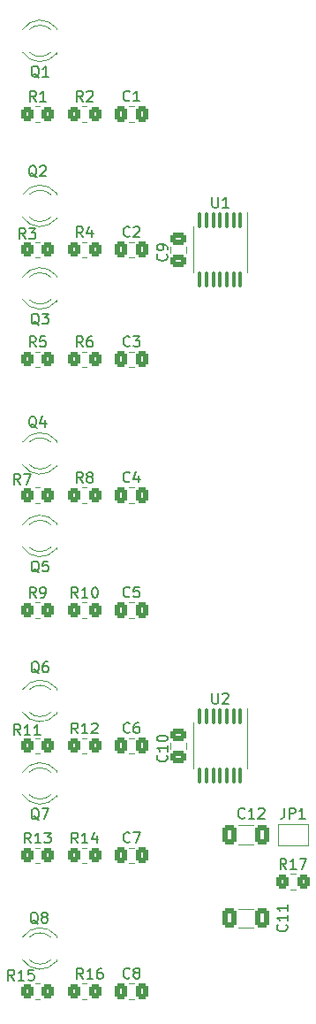
<source format=gto>
%TF.GenerationSoftware,KiCad,Pcbnew,(5.99.0-12789-g9e557d84c6)*%
%TF.CreationDate,2021-11-25T19:19:57-08:00*%
%TF.ProjectId,Detector,44657465-6374-46f7-922e-6b696361645f,rev?*%
%TF.SameCoordinates,Original*%
%TF.FileFunction,Legend,Top*%
%TF.FilePolarity,Positive*%
%FSLAX46Y46*%
G04 Gerber Fmt 4.6, Leading zero omitted, Abs format (unit mm)*
G04 Created by KiCad (PCBNEW (5.99.0-12789-g9e557d84c6)) date 2021-11-25 19:19:57*
%MOMM*%
%LPD*%
G01*
G04 APERTURE LIST*
G04 Aperture macros list*
%AMRoundRect*
0 Rectangle with rounded corners*
0 $1 Rounding radius*
0 $2 $3 $4 $5 $6 $7 $8 $9 X,Y pos of 4 corners*
0 Add a 4 corners polygon primitive as box body*
4,1,4,$2,$3,$4,$5,$6,$7,$8,$9,$2,$3,0*
0 Add four circle primitives for the rounded corners*
1,1,$1+$1,$2,$3*
1,1,$1+$1,$4,$5*
1,1,$1+$1,$6,$7*
1,1,$1+$1,$8,$9*
0 Add four rect primitives between the rounded corners*
20,1,$1+$1,$2,$3,$4,$5,0*
20,1,$1+$1,$4,$5,$6,$7,0*
20,1,$1+$1,$6,$7,$8,$9,0*
20,1,$1+$1,$8,$9,$2,$3,0*%
G04 Aperture macros list end*
%ADD10C,0.150000*%
%ADD11C,0.120000*%
%ADD12R,1.700000X1.700000*%
%ADD13O,1.700000X1.700000*%
%ADD14RoundRect,0.250000X-0.337500X-0.475000X0.337500X-0.475000X0.337500X0.475000X-0.337500X0.475000X0*%
%ADD15R,1.800000X1.800000*%
%ADD16C,1.800000*%
%ADD17RoundRect,0.250000X-0.350000X-0.450000X0.350000X-0.450000X0.350000X0.450000X-0.350000X0.450000X0*%
%ADD18RoundRect,0.250000X-0.475000X0.337500X-0.475000X-0.337500X0.475000X-0.337500X0.475000X0.337500X0*%
%ADD19RoundRect,0.100000X-0.100000X0.637500X-0.100000X-0.637500X0.100000X-0.637500X0.100000X0.637500X0*%
%ADD20RoundRect,0.250000X-0.412500X-0.650000X0.412500X-0.650000X0.412500X0.650000X-0.412500X0.650000X0*%
%ADD21C,2.200000*%
%ADD22R,1.000000X1.500000*%
%ADD23RoundRect,0.250000X0.412500X0.650000X-0.412500X0.650000X-0.412500X-0.650000X0.412500X-0.650000X0*%
%ADD24C,1.120000*%
%ADD25R,1.050000X1.500000*%
%ADD26O,1.050000X1.500000*%
G04 APERTURE END LIST*
D10*
%TO.C,C6*%
X122558333Y-119737142D02*
X122510714Y-119784761D01*
X122367857Y-119832380D01*
X122272619Y-119832380D01*
X122129761Y-119784761D01*
X122034523Y-119689523D01*
X121986904Y-119594285D01*
X121939285Y-119403809D01*
X121939285Y-119260952D01*
X121986904Y-119070476D01*
X122034523Y-118975238D01*
X122129761Y-118880000D01*
X122272619Y-118832380D01*
X122367857Y-118832380D01*
X122510714Y-118880000D01*
X122558333Y-118927619D01*
X123415476Y-118832380D02*
X123225000Y-118832380D01*
X123129761Y-118880000D01*
X123082142Y-118927619D01*
X122986904Y-119070476D01*
X122939285Y-119260952D01*
X122939285Y-119641904D01*
X122986904Y-119737142D01*
X123034523Y-119784761D01*
X123129761Y-119832380D01*
X123320238Y-119832380D01*
X123415476Y-119784761D01*
X123463095Y-119737142D01*
X123510714Y-119641904D01*
X123510714Y-119403809D01*
X123463095Y-119308571D01*
X123415476Y-119260952D01*
X123320238Y-119213333D01*
X123129761Y-119213333D01*
X123034523Y-119260952D01*
X122986904Y-119308571D01*
X122939285Y-119403809D01*
%TO.C,Q8*%
X113763274Y-138107619D02*
X113668036Y-138060000D01*
X113572798Y-137964761D01*
X113429941Y-137821904D01*
X113334703Y-137774285D01*
X113239465Y-137774285D01*
X113287084Y-138012380D02*
X113191846Y-137964761D01*
X113096608Y-137869523D01*
X113048989Y-137679047D01*
X113048989Y-137345714D01*
X113096608Y-137155238D01*
X113191846Y-137060000D01*
X113287084Y-137012380D01*
X113477560Y-137012380D01*
X113572798Y-137060000D01*
X113668036Y-137155238D01*
X113715655Y-137345714D01*
X113715655Y-137679047D01*
X113668036Y-137869523D01*
X113572798Y-137964761D01*
X113477560Y-138012380D01*
X113287084Y-138012380D01*
X114287084Y-137440952D02*
X114191846Y-137393333D01*
X114144227Y-137345714D01*
X114096608Y-137250476D01*
X114096608Y-137202857D01*
X114144227Y-137107619D01*
X114191846Y-137060000D01*
X114287084Y-137012380D01*
X114477560Y-137012380D01*
X114572798Y-137060000D01*
X114620417Y-137107619D01*
X114668036Y-137202857D01*
X114668036Y-137250476D01*
X114620417Y-137345714D01*
X114572798Y-137393333D01*
X114477560Y-137440952D01*
X114287084Y-137440952D01*
X114191846Y-137488571D01*
X114144227Y-137536190D01*
X114096608Y-137631428D01*
X114096608Y-137821904D01*
X114144227Y-137917142D01*
X114191846Y-137964761D01*
X114287084Y-138012380D01*
X114477560Y-138012380D01*
X114572798Y-137964761D01*
X114620417Y-137917142D01*
X114668036Y-137821904D01*
X114668036Y-137631428D01*
X114620417Y-137536190D01*
X114572798Y-137488571D01*
X114477560Y-137440952D01*
%TO.C,Q6*%
X113859761Y-114107619D02*
X113764523Y-114060000D01*
X113669285Y-113964761D01*
X113526428Y-113821904D01*
X113431190Y-113774285D01*
X113335952Y-113774285D01*
X113383571Y-114012380D02*
X113288333Y-113964761D01*
X113193095Y-113869523D01*
X113145476Y-113679047D01*
X113145476Y-113345714D01*
X113193095Y-113155238D01*
X113288333Y-113060000D01*
X113383571Y-113012380D01*
X113574047Y-113012380D01*
X113669285Y-113060000D01*
X113764523Y-113155238D01*
X113812142Y-113345714D01*
X113812142Y-113679047D01*
X113764523Y-113869523D01*
X113669285Y-113964761D01*
X113574047Y-114012380D01*
X113383571Y-114012380D01*
X114669285Y-113012380D02*
X114478809Y-113012380D01*
X114383571Y-113060000D01*
X114335952Y-113107619D01*
X114240714Y-113250476D01*
X114193095Y-113440952D01*
X114193095Y-113821904D01*
X114240714Y-113917142D01*
X114288333Y-113964761D01*
X114383571Y-114012380D01*
X114574047Y-114012380D01*
X114669285Y-113964761D01*
X114716904Y-113917142D01*
X114764523Y-113821904D01*
X114764523Y-113583809D01*
X114716904Y-113488571D01*
X114669285Y-113440952D01*
X114574047Y-113393333D01*
X114383571Y-113393333D01*
X114288333Y-113440952D01*
X114240714Y-113488571D01*
X114193095Y-113583809D01*
%TO.C,R11*%
X112082142Y-120012380D02*
X111748809Y-119536190D01*
X111510714Y-120012380D02*
X111510714Y-119012380D01*
X111891666Y-119012380D01*
X111986904Y-119060000D01*
X112034523Y-119107619D01*
X112082142Y-119202857D01*
X112082142Y-119345714D01*
X112034523Y-119440952D01*
X111986904Y-119488571D01*
X111891666Y-119536190D01*
X111510714Y-119536190D01*
X113034523Y-120012380D02*
X112463095Y-120012380D01*
X112748809Y-120012380D02*
X112748809Y-119012380D01*
X112653571Y-119155238D01*
X112558333Y-119250476D01*
X112463095Y-119298095D01*
X113986904Y-120012380D02*
X113415476Y-120012380D01*
X113701190Y-120012380D02*
X113701190Y-119012380D01*
X113605952Y-119155238D01*
X113510714Y-119250476D01*
X113415476Y-119298095D01*
%TO.C,R8*%
X118058333Y-95862380D02*
X117725000Y-95386190D01*
X117486904Y-95862380D02*
X117486904Y-94862380D01*
X117867857Y-94862380D01*
X117963095Y-94910000D01*
X118010714Y-94957619D01*
X118058333Y-95052857D01*
X118058333Y-95195714D01*
X118010714Y-95290952D01*
X117963095Y-95338571D01*
X117867857Y-95386190D01*
X117486904Y-95386190D01*
X118629761Y-95290952D02*
X118534523Y-95243333D01*
X118486904Y-95195714D01*
X118439285Y-95100476D01*
X118439285Y-95052857D01*
X118486904Y-94957619D01*
X118534523Y-94910000D01*
X118629761Y-94862380D01*
X118820238Y-94862380D01*
X118915476Y-94910000D01*
X118963095Y-94957619D01*
X119010714Y-95052857D01*
X119010714Y-95100476D01*
X118963095Y-95195714D01*
X118915476Y-95243333D01*
X118820238Y-95290952D01*
X118629761Y-95290952D01*
X118534523Y-95338571D01*
X118486904Y-95386190D01*
X118439285Y-95481428D01*
X118439285Y-95671904D01*
X118486904Y-95767142D01*
X118534523Y-95814761D01*
X118629761Y-95862380D01*
X118820238Y-95862380D01*
X118915476Y-95814761D01*
X118963095Y-95767142D01*
X119010714Y-95671904D01*
X119010714Y-95481428D01*
X118963095Y-95386190D01*
X118915476Y-95338571D01*
X118820238Y-95290952D01*
%TO.C,Q1*%
X113859761Y-57067619D02*
X113764523Y-57020000D01*
X113669285Y-56924761D01*
X113526428Y-56781904D01*
X113431190Y-56734285D01*
X113335952Y-56734285D01*
X113383571Y-56972380D02*
X113288333Y-56924761D01*
X113193095Y-56829523D01*
X113145476Y-56639047D01*
X113145476Y-56305714D01*
X113193095Y-56115238D01*
X113288333Y-56020000D01*
X113383571Y-55972380D01*
X113574047Y-55972380D01*
X113669285Y-56020000D01*
X113764523Y-56115238D01*
X113812142Y-56305714D01*
X113812142Y-56639047D01*
X113764523Y-56829523D01*
X113669285Y-56924761D01*
X113574047Y-56972380D01*
X113383571Y-56972380D01*
X114764523Y-56972380D02*
X114193095Y-56972380D01*
X114478809Y-56972380D02*
X114478809Y-55972380D01*
X114383571Y-56115238D01*
X114288333Y-56210476D01*
X114193095Y-56258095D01*
%TO.C,C2*%
X122558333Y-72237142D02*
X122510714Y-72284761D01*
X122367857Y-72332380D01*
X122272619Y-72332380D01*
X122129761Y-72284761D01*
X122034523Y-72189523D01*
X121986904Y-72094285D01*
X121939285Y-71903809D01*
X121939285Y-71760952D01*
X121986904Y-71570476D01*
X122034523Y-71475238D01*
X122129761Y-71380000D01*
X122272619Y-71332380D01*
X122367857Y-71332380D01*
X122510714Y-71380000D01*
X122558333Y-71427619D01*
X122939285Y-71427619D02*
X122986904Y-71380000D01*
X123082142Y-71332380D01*
X123320238Y-71332380D01*
X123415476Y-71380000D01*
X123463095Y-71427619D01*
X123510714Y-71522857D01*
X123510714Y-71618095D01*
X123463095Y-71760952D01*
X122891666Y-72332380D01*
X123510714Y-72332380D01*
%TO.C,R2*%
X118058333Y-59362380D02*
X117725000Y-58886190D01*
X117486904Y-59362380D02*
X117486904Y-58362380D01*
X117867857Y-58362380D01*
X117963095Y-58410000D01*
X118010714Y-58457619D01*
X118058333Y-58552857D01*
X118058333Y-58695714D01*
X118010714Y-58790952D01*
X117963095Y-58838571D01*
X117867857Y-58886190D01*
X117486904Y-58886190D01*
X118439285Y-58457619D02*
X118486904Y-58410000D01*
X118582142Y-58362380D01*
X118820238Y-58362380D01*
X118915476Y-58410000D01*
X118963095Y-58457619D01*
X119010714Y-58552857D01*
X119010714Y-58648095D01*
X118963095Y-58790952D01*
X118391666Y-59362380D01*
X119010714Y-59362380D01*
%TO.C,R13*%
X113082142Y-130362380D02*
X112748809Y-129886190D01*
X112510714Y-130362380D02*
X112510714Y-129362380D01*
X112891666Y-129362380D01*
X112986904Y-129410000D01*
X113034523Y-129457619D01*
X113082142Y-129552857D01*
X113082142Y-129695714D01*
X113034523Y-129790952D01*
X112986904Y-129838571D01*
X112891666Y-129886190D01*
X112510714Y-129886190D01*
X114034523Y-130362380D02*
X113463095Y-130362380D01*
X113748809Y-130362380D02*
X113748809Y-129362380D01*
X113653571Y-129505238D01*
X113558333Y-129600476D01*
X113463095Y-129648095D01*
X114367857Y-129362380D02*
X114986904Y-129362380D01*
X114653571Y-129743333D01*
X114796428Y-129743333D01*
X114891666Y-129790952D01*
X114939285Y-129838571D01*
X114986904Y-129933809D01*
X114986904Y-130171904D01*
X114939285Y-130267142D01*
X114891666Y-130314761D01*
X114796428Y-130362380D01*
X114510714Y-130362380D01*
X114415476Y-130314761D01*
X114367857Y-130267142D01*
%TO.C,C9*%
X126082142Y-73987918D02*
X126129761Y-74035537D01*
X126177380Y-74178394D01*
X126177380Y-74273632D01*
X126129761Y-74416490D01*
X126034523Y-74511728D01*
X125939285Y-74559347D01*
X125748809Y-74606966D01*
X125605952Y-74606966D01*
X125415476Y-74559347D01*
X125320238Y-74511728D01*
X125225000Y-74416490D01*
X125177380Y-74273632D01*
X125177380Y-74178394D01*
X125225000Y-74035537D01*
X125272619Y-73987918D01*
X126177380Y-73511728D02*
X126177380Y-73321252D01*
X126129761Y-73226013D01*
X126082142Y-73178394D01*
X125939285Y-73083156D01*
X125748809Y-73035537D01*
X125367857Y-73035537D01*
X125272619Y-73083156D01*
X125225000Y-73130775D01*
X125177380Y-73226013D01*
X125177380Y-73416490D01*
X125225000Y-73511728D01*
X125272619Y-73559347D01*
X125367857Y-73606966D01*
X125605952Y-73606966D01*
X125701190Y-73559347D01*
X125748809Y-73511728D01*
X125796428Y-73416490D01*
X125796428Y-73226013D01*
X125748809Y-73130775D01*
X125701190Y-73083156D01*
X125605952Y-73035537D01*
%TO.C,Q4*%
X113629761Y-90607619D02*
X113534523Y-90560000D01*
X113439285Y-90464761D01*
X113296428Y-90321904D01*
X113201190Y-90274285D01*
X113105952Y-90274285D01*
X113153571Y-90512380D02*
X113058333Y-90464761D01*
X112963095Y-90369523D01*
X112915476Y-90179047D01*
X112915476Y-89845714D01*
X112963095Y-89655238D01*
X113058333Y-89560000D01*
X113153571Y-89512380D01*
X113344047Y-89512380D01*
X113439285Y-89560000D01*
X113534523Y-89655238D01*
X113582142Y-89845714D01*
X113582142Y-90179047D01*
X113534523Y-90369523D01*
X113439285Y-90464761D01*
X113344047Y-90512380D01*
X113153571Y-90512380D01*
X114439285Y-89845714D02*
X114439285Y-90512380D01*
X114201190Y-89464761D02*
X113963095Y-90179047D01*
X114582142Y-90179047D01*
%TO.C,R9*%
X113558333Y-106862380D02*
X113225000Y-106386190D01*
X112986904Y-106862380D02*
X112986904Y-105862380D01*
X113367857Y-105862380D01*
X113463095Y-105910000D01*
X113510714Y-105957619D01*
X113558333Y-106052857D01*
X113558333Y-106195714D01*
X113510714Y-106290952D01*
X113463095Y-106338571D01*
X113367857Y-106386190D01*
X112986904Y-106386190D01*
X114034523Y-106862380D02*
X114225000Y-106862380D01*
X114320238Y-106814761D01*
X114367857Y-106767142D01*
X114463095Y-106624285D01*
X114510714Y-106433809D01*
X114510714Y-106052857D01*
X114463095Y-105957619D01*
X114415476Y-105910000D01*
X114320238Y-105862380D01*
X114129761Y-105862380D01*
X114034523Y-105910000D01*
X113986904Y-105957619D01*
X113939285Y-106052857D01*
X113939285Y-106290952D01*
X113986904Y-106386190D01*
X114034523Y-106433809D01*
X114129761Y-106481428D01*
X114320238Y-106481428D01*
X114415476Y-106433809D01*
X114463095Y-106386190D01*
X114510714Y-106290952D01*
%TO.C,Q3*%
X113859761Y-80767619D02*
X113764523Y-80720000D01*
X113669285Y-80624761D01*
X113526428Y-80481904D01*
X113431190Y-80434285D01*
X113335952Y-80434285D01*
X113383571Y-80672380D02*
X113288333Y-80624761D01*
X113193095Y-80529523D01*
X113145476Y-80339047D01*
X113145476Y-80005714D01*
X113193095Y-79815238D01*
X113288333Y-79720000D01*
X113383571Y-79672380D01*
X113574047Y-79672380D01*
X113669285Y-79720000D01*
X113764523Y-79815238D01*
X113812142Y-80005714D01*
X113812142Y-80339047D01*
X113764523Y-80529523D01*
X113669285Y-80624761D01*
X113574047Y-80672380D01*
X113383571Y-80672380D01*
X114145476Y-79672380D02*
X114764523Y-79672380D01*
X114431190Y-80053333D01*
X114574047Y-80053333D01*
X114669285Y-80100952D01*
X114716904Y-80148571D01*
X114764523Y-80243809D01*
X114764523Y-80481904D01*
X114716904Y-80577142D01*
X114669285Y-80624761D01*
X114574047Y-80672380D01*
X114288333Y-80672380D01*
X114193095Y-80624761D01*
X114145476Y-80577142D01*
%TO.C,R5*%
X113558333Y-82862380D02*
X113225000Y-82386190D01*
X112986904Y-82862380D02*
X112986904Y-81862380D01*
X113367857Y-81862380D01*
X113463095Y-81910000D01*
X113510714Y-81957619D01*
X113558333Y-82052857D01*
X113558333Y-82195714D01*
X113510714Y-82290952D01*
X113463095Y-82338571D01*
X113367857Y-82386190D01*
X112986904Y-82386190D01*
X114463095Y-81862380D02*
X113986904Y-81862380D01*
X113939285Y-82338571D01*
X113986904Y-82290952D01*
X114082142Y-82243333D01*
X114320238Y-82243333D01*
X114415476Y-82290952D01*
X114463095Y-82338571D01*
X114510714Y-82433809D01*
X114510714Y-82671904D01*
X114463095Y-82767142D01*
X114415476Y-82814761D01*
X114320238Y-82862380D01*
X114082142Y-82862380D01*
X113986904Y-82814761D01*
X113939285Y-82767142D01*
%TO.C,R15*%
X111482142Y-143512380D02*
X111148809Y-143036190D01*
X110910714Y-143512380D02*
X110910714Y-142512380D01*
X111291666Y-142512380D01*
X111386904Y-142560000D01*
X111434523Y-142607619D01*
X111482142Y-142702857D01*
X111482142Y-142845714D01*
X111434523Y-142940952D01*
X111386904Y-142988571D01*
X111291666Y-143036190D01*
X110910714Y-143036190D01*
X112434523Y-143512380D02*
X111863095Y-143512380D01*
X112148809Y-143512380D02*
X112148809Y-142512380D01*
X112053571Y-142655238D01*
X111958333Y-142750476D01*
X111863095Y-142798095D01*
X113339285Y-142512380D02*
X112863095Y-142512380D01*
X112815476Y-142988571D01*
X112863095Y-142940952D01*
X112958333Y-142893333D01*
X113196428Y-142893333D01*
X113291666Y-142940952D01*
X113339285Y-142988571D01*
X113386904Y-143083809D01*
X113386904Y-143321904D01*
X113339285Y-143417142D01*
X113291666Y-143464761D01*
X113196428Y-143512380D01*
X112958333Y-143512380D01*
X112863095Y-143464761D01*
X112815476Y-143417142D01*
%TO.C,C1*%
X122558333Y-59237142D02*
X122510714Y-59284761D01*
X122367857Y-59332380D01*
X122272619Y-59332380D01*
X122129761Y-59284761D01*
X122034523Y-59189523D01*
X121986904Y-59094285D01*
X121939285Y-58903809D01*
X121939285Y-58760952D01*
X121986904Y-58570476D01*
X122034523Y-58475238D01*
X122129761Y-58380000D01*
X122272619Y-58332380D01*
X122367857Y-58332380D01*
X122510714Y-58380000D01*
X122558333Y-58427619D01*
X123510714Y-59332380D02*
X122939285Y-59332380D01*
X123225000Y-59332380D02*
X123225000Y-58332380D01*
X123129761Y-58475238D01*
X123034523Y-58570476D01*
X122939285Y-58618095D01*
%TO.C,U1*%
X130463095Y-68512380D02*
X130463095Y-69321904D01*
X130510714Y-69417142D01*
X130558333Y-69464761D01*
X130653571Y-69512380D01*
X130844047Y-69512380D01*
X130939285Y-69464761D01*
X130986904Y-69417142D01*
X131034523Y-69321904D01*
X131034523Y-68512380D01*
X132034523Y-69512380D02*
X131463095Y-69512380D01*
X131748809Y-69512380D02*
X131748809Y-68512380D01*
X131653571Y-68655238D01*
X131558333Y-68750476D01*
X131463095Y-68798095D01*
%TO.C,C7*%
X122558333Y-130237142D02*
X122510714Y-130284761D01*
X122367857Y-130332380D01*
X122272619Y-130332380D01*
X122129761Y-130284761D01*
X122034523Y-130189523D01*
X121986904Y-130094285D01*
X121939285Y-129903809D01*
X121939285Y-129760952D01*
X121986904Y-129570476D01*
X122034523Y-129475238D01*
X122129761Y-129380000D01*
X122272619Y-129332380D01*
X122367857Y-129332380D01*
X122510714Y-129380000D01*
X122558333Y-129427619D01*
X122891666Y-129332380D02*
X123558333Y-129332380D01*
X123129761Y-130332380D01*
%TO.C,C11*%
X137582142Y-138202857D02*
X137629761Y-138250476D01*
X137677380Y-138393333D01*
X137677380Y-138488571D01*
X137629761Y-138631428D01*
X137534523Y-138726666D01*
X137439285Y-138774285D01*
X137248809Y-138821904D01*
X137105952Y-138821904D01*
X136915476Y-138774285D01*
X136820238Y-138726666D01*
X136725000Y-138631428D01*
X136677380Y-138488571D01*
X136677380Y-138393333D01*
X136725000Y-138250476D01*
X136772619Y-138202857D01*
X137677380Y-137250476D02*
X137677380Y-137821904D01*
X137677380Y-137536190D02*
X136677380Y-137536190D01*
X136820238Y-137631428D01*
X136915476Y-137726666D01*
X136963095Y-137821904D01*
X137677380Y-136298095D02*
X137677380Y-136869523D01*
X137677380Y-136583809D02*
X136677380Y-136583809D01*
X136820238Y-136679047D01*
X136915476Y-136774285D01*
X136963095Y-136869523D01*
%TO.C,R17*%
X137582142Y-132862380D02*
X137248809Y-132386190D01*
X137010714Y-132862380D02*
X137010714Y-131862380D01*
X137391666Y-131862380D01*
X137486904Y-131910000D01*
X137534523Y-131957619D01*
X137582142Y-132052857D01*
X137582142Y-132195714D01*
X137534523Y-132290952D01*
X137486904Y-132338571D01*
X137391666Y-132386190D01*
X137010714Y-132386190D01*
X138534523Y-132862380D02*
X137963095Y-132862380D01*
X138248809Y-132862380D02*
X138248809Y-131862380D01*
X138153571Y-132005238D01*
X138058333Y-132100476D01*
X137963095Y-132148095D01*
X138867857Y-131862380D02*
X139534523Y-131862380D01*
X139105952Y-132862380D01*
%TO.C,C10*%
X126082142Y-121964109D02*
X126129761Y-122011728D01*
X126177380Y-122154585D01*
X126177380Y-122249823D01*
X126129761Y-122392680D01*
X126034523Y-122487918D01*
X125939285Y-122535537D01*
X125748809Y-122583156D01*
X125605952Y-122583156D01*
X125415476Y-122535537D01*
X125320238Y-122487918D01*
X125225000Y-122392680D01*
X125177380Y-122249823D01*
X125177380Y-122154585D01*
X125225000Y-122011728D01*
X125272619Y-121964109D01*
X126177380Y-121011728D02*
X126177380Y-121583156D01*
X126177380Y-121297442D02*
X125177380Y-121297442D01*
X125320238Y-121392680D01*
X125415476Y-121487918D01*
X125463095Y-121583156D01*
X125177380Y-120392680D02*
X125177380Y-120297442D01*
X125225000Y-120202204D01*
X125272619Y-120154585D01*
X125367857Y-120106966D01*
X125558333Y-120059347D01*
X125796428Y-120059347D01*
X125986904Y-120106966D01*
X126082142Y-120154585D01*
X126129761Y-120202204D01*
X126177380Y-120297442D01*
X126177380Y-120392680D01*
X126129761Y-120487918D01*
X126082142Y-120535537D01*
X125986904Y-120583156D01*
X125796428Y-120630775D01*
X125558333Y-120630775D01*
X125367857Y-120583156D01*
X125272619Y-120535537D01*
X125225000Y-120487918D01*
X125177380Y-120392680D01*
%TO.C,Q7*%
X113859761Y-128167619D02*
X113764523Y-128120000D01*
X113669285Y-128024761D01*
X113526428Y-127881904D01*
X113431190Y-127834285D01*
X113335952Y-127834285D01*
X113383571Y-128072380D02*
X113288333Y-128024761D01*
X113193095Y-127929523D01*
X113145476Y-127739047D01*
X113145476Y-127405714D01*
X113193095Y-127215238D01*
X113288333Y-127120000D01*
X113383571Y-127072380D01*
X113574047Y-127072380D01*
X113669285Y-127120000D01*
X113764523Y-127215238D01*
X113812142Y-127405714D01*
X113812142Y-127739047D01*
X113764523Y-127929523D01*
X113669285Y-128024761D01*
X113574047Y-128072380D01*
X113383571Y-128072380D01*
X114145476Y-127072380D02*
X114812142Y-127072380D01*
X114383571Y-128072380D01*
%TO.C,R6*%
X118058333Y-82862380D02*
X117725000Y-82386190D01*
X117486904Y-82862380D02*
X117486904Y-81862380D01*
X117867857Y-81862380D01*
X117963095Y-81910000D01*
X118010714Y-81957619D01*
X118058333Y-82052857D01*
X118058333Y-82195714D01*
X118010714Y-82290952D01*
X117963095Y-82338571D01*
X117867857Y-82386190D01*
X117486904Y-82386190D01*
X118915476Y-81862380D02*
X118725000Y-81862380D01*
X118629761Y-81910000D01*
X118582142Y-81957619D01*
X118486904Y-82100476D01*
X118439285Y-82290952D01*
X118439285Y-82671904D01*
X118486904Y-82767142D01*
X118534523Y-82814761D01*
X118629761Y-82862380D01*
X118820238Y-82862380D01*
X118915476Y-82814761D01*
X118963095Y-82767142D01*
X119010714Y-82671904D01*
X119010714Y-82433809D01*
X118963095Y-82338571D01*
X118915476Y-82290952D01*
X118820238Y-82243333D01*
X118629761Y-82243333D01*
X118534523Y-82290952D01*
X118486904Y-82338571D01*
X118439285Y-82433809D01*
%TO.C,R1*%
X113558333Y-59362380D02*
X113225000Y-58886190D01*
X112986904Y-59362380D02*
X112986904Y-58362380D01*
X113367857Y-58362380D01*
X113463095Y-58410000D01*
X113510714Y-58457619D01*
X113558333Y-58552857D01*
X113558333Y-58695714D01*
X113510714Y-58790952D01*
X113463095Y-58838571D01*
X113367857Y-58886190D01*
X112986904Y-58886190D01*
X114510714Y-59362380D02*
X113939285Y-59362380D01*
X114225000Y-59362380D02*
X114225000Y-58362380D01*
X114129761Y-58505238D01*
X114034523Y-58600476D01*
X113939285Y-58648095D01*
%TO.C,R14*%
X117582142Y-130362380D02*
X117248809Y-129886190D01*
X117010714Y-130362380D02*
X117010714Y-129362380D01*
X117391666Y-129362380D01*
X117486904Y-129410000D01*
X117534523Y-129457619D01*
X117582142Y-129552857D01*
X117582142Y-129695714D01*
X117534523Y-129790952D01*
X117486904Y-129838571D01*
X117391666Y-129886190D01*
X117010714Y-129886190D01*
X118534523Y-130362380D02*
X117963095Y-130362380D01*
X118248809Y-130362380D02*
X118248809Y-129362380D01*
X118153571Y-129505238D01*
X118058333Y-129600476D01*
X117963095Y-129648095D01*
X119391666Y-129695714D02*
X119391666Y-130362380D01*
X119153571Y-129314761D02*
X118915476Y-130029047D01*
X119534523Y-130029047D01*
%TO.C,U2*%
X130463095Y-116012380D02*
X130463095Y-116821904D01*
X130510714Y-116917142D01*
X130558333Y-116964761D01*
X130653571Y-117012380D01*
X130844047Y-117012380D01*
X130939285Y-116964761D01*
X130986904Y-116917142D01*
X131034523Y-116821904D01*
X131034523Y-116012380D01*
X131463095Y-116107619D02*
X131510714Y-116060000D01*
X131605952Y-116012380D01*
X131844047Y-116012380D01*
X131939285Y-116060000D01*
X131986904Y-116107619D01*
X132034523Y-116202857D01*
X132034523Y-116298095D01*
X131986904Y-116440952D01*
X131415476Y-117012380D01*
X132034523Y-117012380D01*
%TO.C,R10*%
X117582142Y-106862380D02*
X117248809Y-106386190D01*
X117010714Y-106862380D02*
X117010714Y-105862380D01*
X117391666Y-105862380D01*
X117486904Y-105910000D01*
X117534523Y-105957619D01*
X117582142Y-106052857D01*
X117582142Y-106195714D01*
X117534523Y-106290952D01*
X117486904Y-106338571D01*
X117391666Y-106386190D01*
X117010714Y-106386190D01*
X118534523Y-106862380D02*
X117963095Y-106862380D01*
X118248809Y-106862380D02*
X118248809Y-105862380D01*
X118153571Y-106005238D01*
X118058333Y-106100476D01*
X117963095Y-106148095D01*
X119153571Y-105862380D02*
X119248809Y-105862380D01*
X119344047Y-105910000D01*
X119391666Y-105957619D01*
X119439285Y-106052857D01*
X119486904Y-106243333D01*
X119486904Y-106481428D01*
X119439285Y-106671904D01*
X119391666Y-106767142D01*
X119344047Y-106814761D01*
X119248809Y-106862380D01*
X119153571Y-106862380D01*
X119058333Y-106814761D01*
X119010714Y-106767142D01*
X118963095Y-106671904D01*
X118915476Y-106481428D01*
X118915476Y-106243333D01*
X118963095Y-106052857D01*
X119010714Y-105957619D01*
X119058333Y-105910000D01*
X119153571Y-105862380D01*
%TO.C,R4*%
X118058333Y-72362380D02*
X117725000Y-71886190D01*
X117486904Y-72362380D02*
X117486904Y-71362380D01*
X117867857Y-71362380D01*
X117963095Y-71410000D01*
X118010714Y-71457619D01*
X118058333Y-71552857D01*
X118058333Y-71695714D01*
X118010714Y-71790952D01*
X117963095Y-71838571D01*
X117867857Y-71886190D01*
X117486904Y-71886190D01*
X118915476Y-71695714D02*
X118915476Y-72362380D01*
X118677380Y-71314761D02*
X118439285Y-72029047D01*
X119058333Y-72029047D01*
%TO.C,C8*%
X122558333Y-143237142D02*
X122510714Y-143284761D01*
X122367857Y-143332380D01*
X122272619Y-143332380D01*
X122129761Y-143284761D01*
X122034523Y-143189523D01*
X121986904Y-143094285D01*
X121939285Y-142903809D01*
X121939285Y-142760952D01*
X121986904Y-142570476D01*
X122034523Y-142475238D01*
X122129761Y-142380000D01*
X122272619Y-142332380D01*
X122367857Y-142332380D01*
X122510714Y-142380000D01*
X122558333Y-142427619D01*
X123129761Y-142760952D02*
X123034523Y-142713333D01*
X122986904Y-142665714D01*
X122939285Y-142570476D01*
X122939285Y-142522857D01*
X122986904Y-142427619D01*
X123034523Y-142380000D01*
X123129761Y-142332380D01*
X123320238Y-142332380D01*
X123415476Y-142380000D01*
X123463095Y-142427619D01*
X123510714Y-142522857D01*
X123510714Y-142570476D01*
X123463095Y-142665714D01*
X123415476Y-142713333D01*
X123320238Y-142760952D01*
X123129761Y-142760952D01*
X123034523Y-142808571D01*
X122986904Y-142856190D01*
X122939285Y-142951428D01*
X122939285Y-143141904D01*
X122986904Y-143237142D01*
X123034523Y-143284761D01*
X123129761Y-143332380D01*
X123320238Y-143332380D01*
X123415476Y-143284761D01*
X123463095Y-143237142D01*
X123510714Y-143141904D01*
X123510714Y-142951428D01*
X123463095Y-142856190D01*
X123415476Y-142808571D01*
X123320238Y-142760952D01*
%TO.C,R16*%
X118082142Y-143362380D02*
X117748809Y-142886190D01*
X117510714Y-143362380D02*
X117510714Y-142362380D01*
X117891666Y-142362380D01*
X117986904Y-142410000D01*
X118034523Y-142457619D01*
X118082142Y-142552857D01*
X118082142Y-142695714D01*
X118034523Y-142790952D01*
X117986904Y-142838571D01*
X117891666Y-142886190D01*
X117510714Y-142886190D01*
X119034523Y-143362380D02*
X118463095Y-143362380D01*
X118748809Y-143362380D02*
X118748809Y-142362380D01*
X118653571Y-142505238D01*
X118558333Y-142600476D01*
X118463095Y-142648095D01*
X119891666Y-142362380D02*
X119701190Y-142362380D01*
X119605952Y-142410000D01*
X119558333Y-142457619D01*
X119463095Y-142600476D01*
X119415476Y-142790952D01*
X119415476Y-143171904D01*
X119463095Y-143267142D01*
X119510714Y-143314761D01*
X119605952Y-143362380D01*
X119796428Y-143362380D01*
X119891666Y-143314761D01*
X119939285Y-143267142D01*
X119986904Y-143171904D01*
X119986904Y-142933809D01*
X119939285Y-142838571D01*
X119891666Y-142790952D01*
X119796428Y-142743333D01*
X119605952Y-142743333D01*
X119510714Y-142790952D01*
X119463095Y-142838571D01*
X119415476Y-142933809D01*
%TO.C,R7*%
X112058333Y-96012380D02*
X111725000Y-95536190D01*
X111486904Y-96012380D02*
X111486904Y-95012380D01*
X111867857Y-95012380D01*
X111963095Y-95060000D01*
X112010714Y-95107619D01*
X112058333Y-95202857D01*
X112058333Y-95345714D01*
X112010714Y-95440952D01*
X111963095Y-95488571D01*
X111867857Y-95536190D01*
X111486904Y-95536190D01*
X112391666Y-95012380D02*
X113058333Y-95012380D01*
X112629761Y-96012380D01*
%TO.C,Q5*%
X113859761Y-104467619D02*
X113764523Y-104420000D01*
X113669285Y-104324761D01*
X113526428Y-104181904D01*
X113431190Y-104134285D01*
X113335952Y-104134285D01*
X113383571Y-104372380D02*
X113288333Y-104324761D01*
X113193095Y-104229523D01*
X113145476Y-104039047D01*
X113145476Y-103705714D01*
X113193095Y-103515238D01*
X113288333Y-103420000D01*
X113383571Y-103372380D01*
X113574047Y-103372380D01*
X113669285Y-103420000D01*
X113764523Y-103515238D01*
X113812142Y-103705714D01*
X113812142Y-104039047D01*
X113764523Y-104229523D01*
X113669285Y-104324761D01*
X113574047Y-104372380D01*
X113383571Y-104372380D01*
X114716904Y-103372380D02*
X114240714Y-103372380D01*
X114193095Y-103848571D01*
X114240714Y-103800952D01*
X114335952Y-103753333D01*
X114574047Y-103753333D01*
X114669285Y-103800952D01*
X114716904Y-103848571D01*
X114764523Y-103943809D01*
X114764523Y-104181904D01*
X114716904Y-104277142D01*
X114669285Y-104324761D01*
X114574047Y-104372380D01*
X114335952Y-104372380D01*
X114240714Y-104324761D01*
X114193095Y-104277142D01*
%TO.C,R12*%
X117582142Y-119862380D02*
X117248809Y-119386190D01*
X117010714Y-119862380D02*
X117010714Y-118862380D01*
X117391666Y-118862380D01*
X117486904Y-118910000D01*
X117534523Y-118957619D01*
X117582142Y-119052857D01*
X117582142Y-119195714D01*
X117534523Y-119290952D01*
X117486904Y-119338571D01*
X117391666Y-119386190D01*
X117010714Y-119386190D01*
X118534523Y-119862380D02*
X117963095Y-119862380D01*
X118248809Y-119862380D02*
X118248809Y-118862380D01*
X118153571Y-119005238D01*
X118058333Y-119100476D01*
X117963095Y-119148095D01*
X118915476Y-118957619D02*
X118963095Y-118910000D01*
X119058333Y-118862380D01*
X119296428Y-118862380D01*
X119391666Y-118910000D01*
X119439285Y-118957619D01*
X119486904Y-119052857D01*
X119486904Y-119148095D01*
X119439285Y-119290952D01*
X118867857Y-119862380D01*
X119486904Y-119862380D01*
%TO.C,C5*%
X122558333Y-106737142D02*
X122510714Y-106784761D01*
X122367857Y-106832380D01*
X122272619Y-106832380D01*
X122129761Y-106784761D01*
X122034523Y-106689523D01*
X121986904Y-106594285D01*
X121939285Y-106403809D01*
X121939285Y-106260952D01*
X121986904Y-106070476D01*
X122034523Y-105975238D01*
X122129761Y-105880000D01*
X122272619Y-105832380D01*
X122367857Y-105832380D01*
X122510714Y-105880000D01*
X122558333Y-105927619D01*
X123463095Y-105832380D02*
X122986904Y-105832380D01*
X122939285Y-106308571D01*
X122986904Y-106260952D01*
X123082142Y-106213333D01*
X123320238Y-106213333D01*
X123415476Y-106260952D01*
X123463095Y-106308571D01*
X123510714Y-106403809D01*
X123510714Y-106641904D01*
X123463095Y-106737142D01*
X123415476Y-106784761D01*
X123320238Y-106832380D01*
X123082142Y-106832380D01*
X122986904Y-106784761D01*
X122939285Y-106737142D01*
%TO.C,C3*%
X122558333Y-82737142D02*
X122510714Y-82784761D01*
X122367857Y-82832380D01*
X122272619Y-82832380D01*
X122129761Y-82784761D01*
X122034523Y-82689523D01*
X121986904Y-82594285D01*
X121939285Y-82403809D01*
X121939285Y-82260952D01*
X121986904Y-82070476D01*
X122034523Y-81975238D01*
X122129761Y-81880000D01*
X122272619Y-81832380D01*
X122367857Y-81832380D01*
X122510714Y-81880000D01*
X122558333Y-81927619D01*
X122891666Y-81832380D02*
X123510714Y-81832380D01*
X123177380Y-82213333D01*
X123320238Y-82213333D01*
X123415476Y-82260952D01*
X123463095Y-82308571D01*
X123510714Y-82403809D01*
X123510714Y-82641904D01*
X123463095Y-82737142D01*
X123415476Y-82784761D01*
X123320238Y-82832380D01*
X123034523Y-82832380D01*
X122939285Y-82784761D01*
X122891666Y-82737142D01*
%TO.C,R3*%
X112558333Y-72512380D02*
X112225000Y-72036190D01*
X111986904Y-72512380D02*
X111986904Y-71512380D01*
X112367857Y-71512380D01*
X112463095Y-71560000D01*
X112510714Y-71607619D01*
X112558333Y-71702857D01*
X112558333Y-71845714D01*
X112510714Y-71940952D01*
X112463095Y-71988571D01*
X112367857Y-72036190D01*
X111986904Y-72036190D01*
X112891666Y-71512380D02*
X113510714Y-71512380D01*
X113177380Y-71893333D01*
X113320238Y-71893333D01*
X113415476Y-71940952D01*
X113463095Y-71988571D01*
X113510714Y-72083809D01*
X113510714Y-72321904D01*
X113463095Y-72417142D01*
X113415476Y-72464761D01*
X113320238Y-72512380D01*
X113034523Y-72512380D01*
X112939285Y-72464761D01*
X112891666Y-72417142D01*
%TO.C,JP1*%
X137391666Y-127012380D02*
X137391666Y-127726666D01*
X137344047Y-127869523D01*
X137248809Y-127964761D01*
X137105952Y-128012380D01*
X137010714Y-128012380D01*
X137867857Y-128012380D02*
X137867857Y-127012380D01*
X138248809Y-127012380D01*
X138344047Y-127060000D01*
X138391666Y-127107619D01*
X138439285Y-127202857D01*
X138439285Y-127345714D01*
X138391666Y-127440952D01*
X138344047Y-127488571D01*
X138248809Y-127536190D01*
X137867857Y-127536190D01*
X139391666Y-128012380D02*
X138820238Y-128012380D01*
X139105952Y-128012380D02*
X139105952Y-127012380D01*
X139010714Y-127155238D01*
X138915476Y-127250476D01*
X138820238Y-127298095D01*
%TO.C,C12*%
X133582142Y-127917142D02*
X133534523Y-127964761D01*
X133391666Y-128012380D01*
X133296428Y-128012380D01*
X133153571Y-127964761D01*
X133058333Y-127869523D01*
X133010714Y-127774285D01*
X132963095Y-127583809D01*
X132963095Y-127440952D01*
X133010714Y-127250476D01*
X133058333Y-127155238D01*
X133153571Y-127060000D01*
X133296428Y-127012380D01*
X133391666Y-127012380D01*
X133534523Y-127060000D01*
X133582142Y-127107619D01*
X134534523Y-128012380D02*
X133963095Y-128012380D01*
X134248809Y-128012380D02*
X134248809Y-127012380D01*
X134153571Y-127155238D01*
X134058333Y-127250476D01*
X133963095Y-127298095D01*
X134915476Y-127107619D02*
X134963095Y-127060000D01*
X135058333Y-127012380D01*
X135296428Y-127012380D01*
X135391666Y-127060000D01*
X135439285Y-127107619D01*
X135486904Y-127202857D01*
X135486904Y-127298095D01*
X135439285Y-127440952D01*
X134867857Y-128012380D01*
X135486904Y-128012380D01*
%TO.C,C4*%
X122558333Y-95737142D02*
X122510714Y-95784761D01*
X122367857Y-95832380D01*
X122272619Y-95832380D01*
X122129761Y-95784761D01*
X122034523Y-95689523D01*
X121986904Y-95594285D01*
X121939285Y-95403809D01*
X121939285Y-95260952D01*
X121986904Y-95070476D01*
X122034523Y-94975238D01*
X122129761Y-94880000D01*
X122272619Y-94832380D01*
X122367857Y-94832380D01*
X122510714Y-94880000D01*
X122558333Y-94927619D01*
X123415476Y-95165714D02*
X123415476Y-95832380D01*
X123177380Y-94784761D02*
X122939285Y-95499047D01*
X123558333Y-95499047D01*
%TO.C,Q2*%
X113629761Y-66607619D02*
X113534523Y-66560000D01*
X113439285Y-66464761D01*
X113296428Y-66321904D01*
X113201190Y-66274285D01*
X113105952Y-66274285D01*
X113153571Y-66512380D02*
X113058333Y-66464761D01*
X112963095Y-66369523D01*
X112915476Y-66179047D01*
X112915476Y-65845714D01*
X112963095Y-65655238D01*
X113058333Y-65560000D01*
X113153571Y-65512380D01*
X113344047Y-65512380D01*
X113439285Y-65560000D01*
X113534523Y-65655238D01*
X113582142Y-65845714D01*
X113582142Y-66179047D01*
X113534523Y-66369523D01*
X113439285Y-66464761D01*
X113344047Y-66512380D01*
X113153571Y-66512380D01*
X113963095Y-65607619D02*
X114010714Y-65560000D01*
X114105952Y-65512380D01*
X114344047Y-65512380D01*
X114439285Y-65560000D01*
X114486904Y-65607619D01*
X114534523Y-65702857D01*
X114534523Y-65798095D01*
X114486904Y-65940952D01*
X113915476Y-66512380D01*
X114534523Y-66512380D01*
D11*
%TO.C,C6*%
X122463748Y-121795000D02*
X122986252Y-121795000D01*
X122463748Y-120325000D02*
X122986252Y-120325000D01*
%TO.C,Q8*%
X115515000Y-139380000D02*
X115515000Y-139224000D01*
X115515000Y-141696000D02*
X115515000Y-141540000D01*
X112282665Y-141538608D02*
G75*
G03*
X115515000Y-141695516I1672335J1078608D01*
G01*
X112913870Y-141539837D02*
G75*
G03*
X114995961Y-141540000I1041130J1079837D01*
G01*
X112282665Y-139381392D02*
G75*
G02*
X115515000Y-139224484I1672335J-1078608D01*
G01*
X112913870Y-139380163D02*
G75*
G02*
X114995961Y-139380000I1041130J-1079837D01*
G01*
%TO.C,Q6*%
X115515000Y-117996000D02*
X115515000Y-117840000D01*
X115515000Y-115680000D02*
X115515000Y-115524000D01*
X112913870Y-117839837D02*
G75*
G03*
X114995961Y-117840000I1041130J1079837D01*
G01*
X112282665Y-115681392D02*
G75*
G02*
X115515000Y-115524484I1672335J-1078608D01*
G01*
X112913870Y-115680163D02*
G75*
G02*
X114995961Y-115680000I1041130J-1079837D01*
G01*
X112282665Y-117838608D02*
G75*
G03*
X115515000Y-117995516I1672335J1078608D01*
G01*
%TO.C,R11*%
X113497936Y-120325000D02*
X113952064Y-120325000D01*
X113497936Y-121795000D02*
X113952064Y-121795000D01*
%TO.C,R8*%
X117997936Y-96325000D02*
X118452064Y-96325000D01*
X117997936Y-97795000D02*
X118452064Y-97795000D01*
%TO.C,Q1*%
X115515000Y-52480000D02*
X115515000Y-52324000D01*
X115515000Y-54796000D02*
X115515000Y-54640000D01*
X112282665Y-54638608D02*
G75*
G03*
X115515000Y-54795516I1672335J1078608D01*
G01*
X112913870Y-52480163D02*
G75*
G02*
X114995961Y-52480000I1041130J-1079837D01*
G01*
X112282665Y-52481392D02*
G75*
G02*
X115515000Y-52324484I1672335J-1078608D01*
G01*
X112913870Y-54639837D02*
G75*
G03*
X114995961Y-54640000I1041130J1079837D01*
G01*
%TO.C,C2*%
X122463748Y-72825000D02*
X122986252Y-72825000D01*
X122463748Y-74295000D02*
X122986252Y-74295000D01*
%TO.C,R2*%
X117997936Y-61295000D02*
X118452064Y-61295000D01*
X117997936Y-59825000D02*
X118452064Y-59825000D01*
%TO.C,R13*%
X113497936Y-130825000D02*
X113952064Y-130825000D01*
X113497936Y-132295000D02*
X113952064Y-132295000D01*
%TO.C,C9*%
X127960000Y-73298748D02*
X127960000Y-73821252D01*
X126490000Y-73298748D02*
X126490000Y-73821252D01*
%TO.C,Q4*%
X115515000Y-91980000D02*
X115515000Y-91824000D01*
X115515000Y-94296000D02*
X115515000Y-94140000D01*
X112913870Y-91980163D02*
G75*
G02*
X114995961Y-91980000I1041130J-1079837D01*
G01*
X112282665Y-94138608D02*
G75*
G03*
X115515000Y-94295516I1672335J1078608D01*
G01*
X112913870Y-94139837D02*
G75*
G03*
X114995961Y-94140000I1041130J1079837D01*
G01*
X112282665Y-91981392D02*
G75*
G02*
X115515000Y-91824484I1672335J-1078608D01*
G01*
%TO.C,R9*%
X113497936Y-108795000D02*
X113952064Y-108795000D01*
X113497936Y-107325000D02*
X113952064Y-107325000D01*
%TO.C,Q3*%
X115515000Y-78496000D02*
X115515000Y-78340000D01*
X115515000Y-76180000D02*
X115515000Y-76024000D01*
X112282665Y-78338608D02*
G75*
G03*
X115515000Y-78495516I1672335J1078608D01*
G01*
X112913870Y-76180163D02*
G75*
G02*
X114995961Y-76180000I1041130J-1079837D01*
G01*
X112282665Y-76181392D02*
G75*
G02*
X115515000Y-76024484I1672335J-1078608D01*
G01*
X112913870Y-78339837D02*
G75*
G03*
X114995961Y-78340000I1041130J1079837D01*
G01*
%TO.C,R5*%
X113497936Y-83325000D02*
X113952064Y-83325000D01*
X113497936Y-84795000D02*
X113952064Y-84795000D01*
%TO.C,R15*%
X113497936Y-145295000D02*
X113952064Y-145295000D01*
X113497936Y-143825000D02*
X113952064Y-143825000D01*
%TO.C,C1*%
X122463748Y-59825000D02*
X122986252Y-59825000D01*
X122463748Y-61295000D02*
X122986252Y-61295000D01*
%TO.C,U1*%
X128615000Y-73560000D02*
X128615000Y-75760000D01*
X133835000Y-73560000D02*
X133835000Y-75760000D01*
X133835000Y-73560000D02*
X133835000Y-69960000D01*
X128615000Y-73560000D02*
X128615000Y-71360000D01*
%TO.C,C7*%
X122463748Y-132295000D02*
X122986252Y-132295000D01*
X122463748Y-130825000D02*
X122986252Y-130825000D01*
%TO.C,C11*%
X133013748Y-136650000D02*
X134436252Y-136650000D01*
X133013748Y-138470000D02*
X134436252Y-138470000D01*
%TO.C,R17*%
X137997936Y-134795000D02*
X138452064Y-134795000D01*
X137997936Y-133325000D02*
X138452064Y-133325000D01*
%TO.C,C10*%
X126490000Y-120798748D02*
X126490000Y-121321252D01*
X127960000Y-120798748D02*
X127960000Y-121321252D01*
%TO.C,Q7*%
X115515000Y-125896000D02*
X115515000Y-125740000D01*
X115515000Y-123580000D02*
X115515000Y-123424000D01*
X112282665Y-125738608D02*
G75*
G03*
X115515000Y-125895516I1672335J1078608D01*
G01*
X112913870Y-125739837D02*
G75*
G03*
X114995961Y-125740000I1041130J1079837D01*
G01*
X112913870Y-123580163D02*
G75*
G02*
X114995961Y-123580000I1041130J-1079837D01*
G01*
X112282665Y-123581392D02*
G75*
G02*
X115515000Y-123424484I1672335J-1078608D01*
G01*
%TO.C,R6*%
X117997936Y-83325000D02*
X118452064Y-83325000D01*
X117997936Y-84795000D02*
X118452064Y-84795000D01*
%TO.C,R1*%
X113497936Y-59825000D02*
X113952064Y-59825000D01*
X113497936Y-61295000D02*
X113952064Y-61295000D01*
%TO.C,R14*%
X117997936Y-130825000D02*
X118452064Y-130825000D01*
X117997936Y-132295000D02*
X118452064Y-132295000D01*
%TO.C,U2*%
X128615000Y-121060000D02*
X128615000Y-123260000D01*
X133835000Y-121060000D02*
X133835000Y-123260000D01*
X133835000Y-121060000D02*
X133835000Y-117460000D01*
X128615000Y-121060000D02*
X128615000Y-118860000D01*
%TO.C,R10*%
X117997936Y-108795000D02*
X118452064Y-108795000D01*
X117997936Y-107325000D02*
X118452064Y-107325000D01*
%TO.C,R4*%
X117997936Y-72825000D02*
X118452064Y-72825000D01*
X117997936Y-74295000D02*
X118452064Y-74295000D01*
%TO.C,C8*%
X122463748Y-145295000D02*
X122986252Y-145295000D01*
X122463748Y-143825000D02*
X122986252Y-143825000D01*
%TO.C,R16*%
X117997936Y-143825000D02*
X118452064Y-143825000D01*
X117997936Y-145295000D02*
X118452064Y-145295000D01*
%TO.C,R7*%
X113497936Y-96325000D02*
X113952064Y-96325000D01*
X113497936Y-97795000D02*
X113952064Y-97795000D01*
%TO.C,Q5*%
X115515000Y-102196000D02*
X115515000Y-102040000D01*
X115515000Y-99880000D02*
X115515000Y-99724000D01*
X112282665Y-99881392D02*
G75*
G02*
X115515000Y-99724484I1672335J-1078608D01*
G01*
X112282665Y-102038608D02*
G75*
G03*
X115515000Y-102195516I1672335J1078608D01*
G01*
X112913870Y-102039837D02*
G75*
G03*
X114995961Y-102040000I1041130J1079837D01*
G01*
X112913870Y-99880163D02*
G75*
G02*
X114995961Y-99880000I1041130J-1079837D01*
G01*
%TO.C,R12*%
X117997936Y-120325000D02*
X118452064Y-120325000D01*
X117997936Y-121795000D02*
X118452064Y-121795000D01*
%TO.C,C5*%
X122463748Y-107325000D02*
X122986252Y-107325000D01*
X122463748Y-108795000D02*
X122986252Y-108795000D01*
%TO.C,C3*%
X122463748Y-83325000D02*
X122986252Y-83325000D01*
X122463748Y-84795000D02*
X122986252Y-84795000D01*
%TO.C,R3*%
X113497936Y-72825000D02*
X113952064Y-72825000D01*
X113497936Y-74295000D02*
X113952064Y-74295000D01*
%TO.C,JP1*%
X136825000Y-128560000D02*
X139625000Y-128560000D01*
X139625000Y-130560000D02*
X136825000Y-130560000D01*
X139625000Y-128560000D02*
X139625000Y-130560000D01*
X136825000Y-130560000D02*
X136825000Y-128560000D01*
%TO.C,C12*%
X134436252Y-130470000D02*
X133013748Y-130470000D01*
X134436252Y-128650000D02*
X133013748Y-128650000D01*
%TO.C,C4*%
X122463748Y-96325000D02*
X122986252Y-96325000D01*
X122463748Y-97795000D02*
X122986252Y-97795000D01*
%TO.C,Q2*%
X115515000Y-68280000D02*
X115515000Y-68124000D01*
X115515000Y-70596000D02*
X115515000Y-70440000D01*
X112282665Y-68281392D02*
G75*
G02*
X115515000Y-68124484I1672335J-1078608D01*
G01*
X112913870Y-70439837D02*
G75*
G03*
X114995961Y-70440000I1041130J1079837D01*
G01*
X112913870Y-68280163D02*
G75*
G02*
X114995961Y-68280000I1041130J-1079837D01*
G01*
X112282665Y-70438608D02*
G75*
G03*
X115515000Y-70595516I1672335J1078608D01*
G01*
%TD*%
%LPC*%
D12*
%TO.C,J3*%
X131200000Y-142060000D03*
D13*
X133740000Y-142060000D03*
X136280000Y-142060000D03*
%TD*%
D14*
%TO.C,C6*%
X121687500Y-121060000D03*
X123762500Y-121060000D03*
%TD*%
D15*
%TO.C,Q8*%
X115225000Y-140460000D03*
D16*
X112685000Y-140460000D03*
%TD*%
D15*
%TO.C,Q6*%
X115225000Y-116760000D03*
D16*
X112685000Y-116760000D03*
%TD*%
D17*
%TO.C,R11*%
X112725000Y-121060000D03*
X114725000Y-121060000D03*
%TD*%
%TO.C,R8*%
X117225000Y-97060000D03*
X119225000Y-97060000D03*
%TD*%
D15*
%TO.C,Q1*%
X115225000Y-53560000D03*
D16*
X112685000Y-53560000D03*
%TD*%
D14*
%TO.C,C2*%
X121687500Y-73560000D03*
X123762500Y-73560000D03*
%TD*%
D17*
%TO.C,R2*%
X117225000Y-60560000D03*
X119225000Y-60560000D03*
%TD*%
%TO.C,R13*%
X112725000Y-131560000D03*
X114725000Y-131560000D03*
%TD*%
D18*
%TO.C,C9*%
X127225000Y-72522500D03*
X127225000Y-74597500D03*
%TD*%
D15*
%TO.C,Q4*%
X115225000Y-93060000D03*
D16*
X112685000Y-93060000D03*
%TD*%
D17*
%TO.C,R9*%
X112725000Y-108060000D03*
X114725000Y-108060000D03*
%TD*%
D15*
%TO.C,Q3*%
X115225000Y-77260000D03*
D16*
X112685000Y-77260000D03*
%TD*%
D17*
%TO.C,R5*%
X112725000Y-84060000D03*
X114725000Y-84060000D03*
%TD*%
%TO.C,R15*%
X112725000Y-144560000D03*
X114725000Y-144560000D03*
%TD*%
D14*
%TO.C,C1*%
X121687500Y-60560000D03*
X123762500Y-60560000D03*
%TD*%
D19*
%TO.C,U1*%
X133175000Y-70697500D03*
X132525000Y-70697500D03*
X131875000Y-70697500D03*
X131225000Y-70697500D03*
X130575000Y-70697500D03*
X129925000Y-70697500D03*
X129275000Y-70697500D03*
X129275000Y-76422500D03*
X129925000Y-76422500D03*
X130575000Y-76422500D03*
X131225000Y-76422500D03*
X131875000Y-76422500D03*
X132525000Y-76422500D03*
X133175000Y-76422500D03*
%TD*%
D14*
%TO.C,C7*%
X121687500Y-131560000D03*
X123762500Y-131560000D03*
%TD*%
D20*
%TO.C,C11*%
X132162500Y-137560000D03*
X135287500Y-137560000D03*
%TD*%
D17*
%TO.C,R17*%
X137225000Y-134060000D03*
X139225000Y-134060000D03*
%TD*%
D18*
%TO.C,C10*%
X127225000Y-120022500D03*
X127225000Y-122097500D03*
%TD*%
D15*
%TO.C,Q7*%
X115225000Y-124660000D03*
D16*
X112685000Y-124660000D03*
%TD*%
D21*
%TO.C,REF\u002A\u002A*%
X132725000Y-97060000D03*
%TD*%
D17*
%TO.C,R6*%
X117225000Y-84060000D03*
X119225000Y-84060000D03*
%TD*%
%TO.C,R1*%
X112725000Y-60560000D03*
X114725000Y-60560000D03*
%TD*%
D21*
%TO.C,REF\u002A\u002A*%
X132725000Y-54560000D03*
%TD*%
D17*
%TO.C,R14*%
X117225000Y-131560000D03*
X119225000Y-131560000D03*
%TD*%
D19*
%TO.C,U2*%
X133175000Y-118197500D03*
X132525000Y-118197500D03*
X131875000Y-118197500D03*
X131225000Y-118197500D03*
X130575000Y-118197500D03*
X129925000Y-118197500D03*
X129275000Y-118197500D03*
X129275000Y-123922500D03*
X129925000Y-123922500D03*
X130575000Y-123922500D03*
X131225000Y-123922500D03*
X131875000Y-123922500D03*
X132525000Y-123922500D03*
X133175000Y-123922500D03*
%TD*%
D17*
%TO.C,R10*%
X117225000Y-108060000D03*
X119225000Y-108060000D03*
%TD*%
%TO.C,R4*%
X117225000Y-73560000D03*
X119225000Y-73560000D03*
%TD*%
D14*
%TO.C,C8*%
X121687500Y-144560000D03*
X123762500Y-144560000D03*
%TD*%
D17*
%TO.C,R16*%
X117225000Y-144560000D03*
X119225000Y-144560000D03*
%TD*%
%TO.C,R7*%
X112725000Y-97060000D03*
X114725000Y-97060000D03*
%TD*%
D15*
%TO.C,Q5*%
X115225000Y-100960000D03*
D16*
X112685000Y-100960000D03*
%TD*%
D17*
%TO.C,R12*%
X117225000Y-121060000D03*
X119225000Y-121060000D03*
%TD*%
D14*
%TO.C,C5*%
X121687500Y-108060000D03*
X123762500Y-108060000D03*
%TD*%
%TO.C,C3*%
X121687500Y-84060000D03*
X123762500Y-84060000D03*
%TD*%
D17*
%TO.C,R3*%
X112725000Y-73560000D03*
X114725000Y-73560000D03*
%TD*%
D22*
%TO.C,JP1*%
X137575000Y-129560000D03*
X138875000Y-129560000D03*
%TD*%
D23*
%TO.C,C12*%
X135287500Y-129560000D03*
X132162500Y-129560000D03*
%TD*%
D14*
%TO.C,C4*%
X121687500Y-97060000D03*
X123762500Y-97060000D03*
%TD*%
D15*
%TO.C,Q2*%
X115225000Y-69360000D03*
D16*
X112685000Y-69360000D03*
%TD*%
D12*
%TO.C,J1*%
X135950000Y-77360000D03*
D13*
X138490000Y-77360000D03*
X135950000Y-74820000D03*
X138490000Y-74820000D03*
X135950000Y-72280000D03*
X138490000Y-72280000D03*
X135950000Y-69740000D03*
X138490000Y-69740000D03*
%TD*%
D12*
%TO.C,TP5*%
X126725000Y-104060000D03*
D13*
X126725000Y-101520000D03*
%TD*%
D12*
%TO.C,TP2*%
X126725000Y-69560000D03*
D13*
X126725000Y-67020000D03*
%TD*%
D12*
%TO.C,TP3*%
X126725000Y-80060000D03*
D13*
X126725000Y-77520000D03*
%TD*%
D12*
%TO.C,TP4*%
X126725000Y-93060000D03*
D13*
X126725000Y-90520000D03*
%TD*%
D24*
%TO.C,RV1*%
X118185000Y-55090000D03*
X120725000Y-57630000D03*
X123265000Y-55090000D03*
%TD*%
D25*
%TO.C,U3*%
X134995000Y-133932500D03*
D26*
X133725000Y-133932500D03*
X132455000Y-133932500D03*
%TD*%
D24*
%TO.C,RV7*%
X118185000Y-126090000D03*
X120725000Y-128630000D03*
X123265000Y-126090000D03*
%TD*%
%TO.C,RV5*%
X118185000Y-102590000D03*
X120725000Y-105130000D03*
X123265000Y-102590000D03*
%TD*%
D12*
%TO.C,TP8*%
X126725000Y-140560000D03*
D13*
X126725000Y-138020000D03*
%TD*%
D24*
%TO.C,RV3*%
X118185000Y-78670000D03*
X120725000Y-81210000D03*
X123265000Y-78670000D03*
%TD*%
%TO.C,RV8*%
X118185000Y-139090000D03*
X120725000Y-141630000D03*
X123265000Y-139090000D03*
%TD*%
D12*
%TO.C,TP6*%
X126725000Y-117060000D03*
D13*
X126725000Y-114520000D03*
%TD*%
D24*
%TO.C,RV2*%
X118185000Y-68090000D03*
X120725000Y-70630000D03*
X123265000Y-68090000D03*
%TD*%
%TO.C,RV6*%
X118185000Y-115540000D03*
X120725000Y-118080000D03*
X123265000Y-115540000D03*
%TD*%
D12*
%TO.C,TP7*%
X126725000Y-127560000D03*
D13*
X126725000Y-125020000D03*
%TD*%
D24*
%TO.C,RV4*%
X118185000Y-91590000D03*
X120725000Y-94130000D03*
X123265000Y-91590000D03*
%TD*%
D12*
%TO.C,J2*%
X135950000Y-124860000D03*
D13*
X138490000Y-124860000D03*
X135950000Y-122320000D03*
X138490000Y-122320000D03*
X135950000Y-119780000D03*
X138490000Y-119780000D03*
X135950000Y-117240000D03*
X138490000Y-117240000D03*
%TD*%
D12*
%TO.C,TP1*%
X126725000Y-56560000D03*
D13*
X126725000Y-54020000D03*
%TD*%
M02*

</source>
